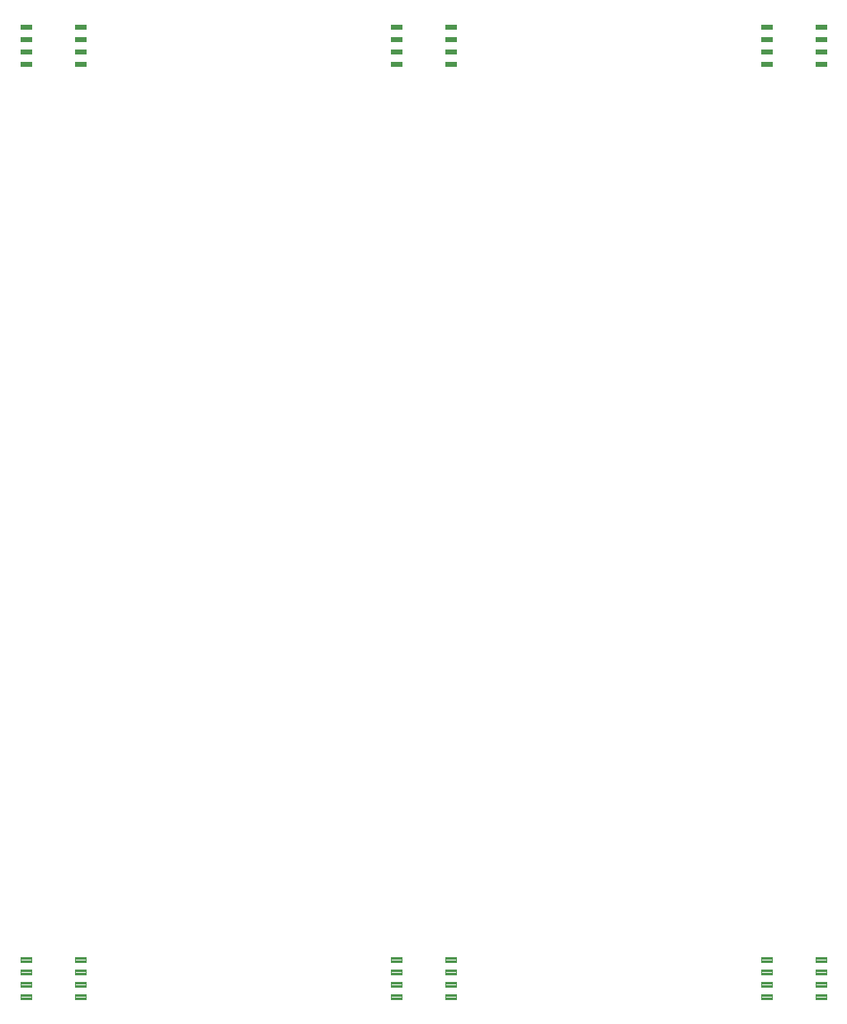
<source format=gbp>
G04 EAGLE Gerber RS-274X export*
G75*
%MOMM*%
%FSLAX34Y34*%
%LPD*%
%INSolderpaste Bottom*%
%IPPOS*%
%AMOC8*
5,1,8,0,0,1.08239X$1,22.5*%
G01*
%ADD10C,0.102000*%


D10*
X164942Y186640D02*
X164942Y181660D01*
X153962Y181660D01*
X153962Y186640D01*
X164942Y186640D01*
X164942Y182629D02*
X153962Y182629D01*
X153962Y183598D02*
X164942Y183598D01*
X164942Y184567D02*
X153962Y184567D01*
X153962Y185536D02*
X164942Y185536D01*
X164942Y186505D02*
X153962Y186505D01*
X164942Y194360D02*
X164942Y199340D01*
X164942Y194360D02*
X153962Y194360D01*
X153962Y199340D01*
X164942Y199340D01*
X164942Y195329D02*
X153962Y195329D01*
X153962Y196298D02*
X164942Y196298D01*
X164942Y197267D02*
X153962Y197267D01*
X153962Y198236D02*
X164942Y198236D01*
X164942Y199205D02*
X153962Y199205D01*
X164942Y207060D02*
X164942Y212040D01*
X164942Y207060D02*
X153962Y207060D01*
X153962Y212040D01*
X164942Y212040D01*
X164942Y208029D02*
X153962Y208029D01*
X153962Y208998D02*
X164942Y208998D01*
X164942Y209967D02*
X153962Y209967D01*
X153962Y210936D02*
X164942Y210936D01*
X164942Y211905D02*
X153962Y211905D01*
X164942Y219760D02*
X164942Y224740D01*
X164942Y219760D02*
X153962Y219760D01*
X153962Y224740D01*
X164942Y224740D01*
X164942Y220729D02*
X153962Y220729D01*
X153962Y221698D02*
X164942Y221698D01*
X164942Y222667D02*
X153962Y222667D01*
X153962Y223636D02*
X164942Y223636D01*
X164942Y224605D02*
X153962Y224605D01*
X220942Y224740D02*
X220942Y219760D01*
X209962Y219760D01*
X209962Y224740D01*
X220942Y224740D01*
X220942Y220729D02*
X209962Y220729D01*
X209962Y221698D02*
X220942Y221698D01*
X220942Y222667D02*
X209962Y222667D01*
X209962Y223636D02*
X220942Y223636D01*
X220942Y224605D02*
X209962Y224605D01*
X220942Y212040D02*
X220942Y207060D01*
X209962Y207060D01*
X209962Y212040D01*
X220942Y212040D01*
X220942Y208029D02*
X209962Y208029D01*
X209962Y208998D02*
X220942Y208998D01*
X220942Y209967D02*
X209962Y209967D01*
X209962Y210936D02*
X220942Y210936D01*
X220942Y211905D02*
X209962Y211905D01*
X220942Y199340D02*
X220942Y194360D01*
X209962Y194360D01*
X209962Y199340D01*
X220942Y199340D01*
X220942Y195329D02*
X209962Y195329D01*
X209962Y196298D02*
X220942Y196298D01*
X220942Y197267D02*
X209962Y197267D01*
X209962Y198236D02*
X220942Y198236D01*
X220942Y199205D02*
X209962Y199205D01*
X220942Y186640D02*
X220942Y181660D01*
X209962Y181660D01*
X209962Y186640D01*
X220942Y186640D01*
X220942Y182629D02*
X209962Y182629D01*
X209962Y183598D02*
X220942Y183598D01*
X220942Y184567D02*
X209962Y184567D01*
X209962Y185536D02*
X220942Y185536D01*
X220942Y186505D02*
X209962Y186505D01*
X544951Y186640D02*
X544951Y181660D01*
X533971Y181660D01*
X533971Y186640D01*
X544951Y186640D01*
X544951Y182629D02*
X533971Y182629D01*
X533971Y183598D02*
X544951Y183598D01*
X544951Y184567D02*
X533971Y184567D01*
X533971Y185536D02*
X544951Y185536D01*
X544951Y186505D02*
X533971Y186505D01*
X544951Y194360D02*
X544951Y199340D01*
X544951Y194360D02*
X533971Y194360D01*
X533971Y199340D01*
X544951Y199340D01*
X544951Y195329D02*
X533971Y195329D01*
X533971Y196298D02*
X544951Y196298D01*
X544951Y197267D02*
X533971Y197267D01*
X533971Y198236D02*
X544951Y198236D01*
X544951Y199205D02*
X533971Y199205D01*
X544951Y207060D02*
X544951Y212040D01*
X544951Y207060D02*
X533971Y207060D01*
X533971Y212040D01*
X544951Y212040D01*
X544951Y208029D02*
X533971Y208029D01*
X533971Y208998D02*
X544951Y208998D01*
X544951Y209967D02*
X533971Y209967D01*
X533971Y210936D02*
X544951Y210936D01*
X544951Y211905D02*
X533971Y211905D01*
X544951Y219760D02*
X544951Y224740D01*
X544951Y219760D02*
X533971Y219760D01*
X533971Y224740D01*
X544951Y224740D01*
X544951Y220729D02*
X533971Y220729D01*
X533971Y221698D02*
X544951Y221698D01*
X544951Y222667D02*
X533971Y222667D01*
X533971Y223636D02*
X544951Y223636D01*
X544951Y224605D02*
X533971Y224605D01*
X600951Y224740D02*
X600951Y219760D01*
X589971Y219760D01*
X589971Y224740D01*
X600951Y224740D01*
X600951Y220729D02*
X589971Y220729D01*
X589971Y221698D02*
X600951Y221698D01*
X600951Y222667D02*
X589971Y222667D01*
X589971Y223636D02*
X600951Y223636D01*
X600951Y224605D02*
X589971Y224605D01*
X600951Y212040D02*
X600951Y207060D01*
X589971Y207060D01*
X589971Y212040D01*
X600951Y212040D01*
X600951Y208029D02*
X589971Y208029D01*
X589971Y208998D02*
X600951Y208998D01*
X600951Y209967D02*
X589971Y209967D01*
X589971Y210936D02*
X600951Y210936D01*
X600951Y211905D02*
X589971Y211905D01*
X600951Y199340D02*
X600951Y194360D01*
X589971Y194360D01*
X589971Y199340D01*
X600951Y199340D01*
X600951Y195329D02*
X589971Y195329D01*
X589971Y196298D02*
X600951Y196298D01*
X600951Y197267D02*
X589971Y197267D01*
X589971Y198236D02*
X600951Y198236D01*
X600951Y199205D02*
X589971Y199205D01*
X600951Y186640D02*
X600951Y181660D01*
X589971Y181660D01*
X589971Y186640D01*
X600951Y186640D01*
X600951Y182629D02*
X589971Y182629D01*
X589971Y183598D02*
X600951Y183598D01*
X600951Y184567D02*
X589971Y184567D01*
X589971Y185536D02*
X600951Y185536D01*
X600951Y186505D02*
X589971Y186505D01*
X924935Y186640D02*
X924935Y181660D01*
X913955Y181660D01*
X913955Y186640D01*
X924935Y186640D01*
X924935Y182629D02*
X913955Y182629D01*
X913955Y183598D02*
X924935Y183598D01*
X924935Y184567D02*
X913955Y184567D01*
X913955Y185536D02*
X924935Y185536D01*
X924935Y186505D02*
X913955Y186505D01*
X924935Y194360D02*
X924935Y199340D01*
X924935Y194360D02*
X913955Y194360D01*
X913955Y199340D01*
X924935Y199340D01*
X924935Y195329D02*
X913955Y195329D01*
X913955Y196298D02*
X924935Y196298D01*
X924935Y197267D02*
X913955Y197267D01*
X913955Y198236D02*
X924935Y198236D01*
X924935Y199205D02*
X913955Y199205D01*
X924935Y207060D02*
X924935Y212040D01*
X924935Y207060D02*
X913955Y207060D01*
X913955Y212040D01*
X924935Y212040D01*
X924935Y208029D02*
X913955Y208029D01*
X913955Y208998D02*
X924935Y208998D01*
X924935Y209967D02*
X913955Y209967D01*
X913955Y210936D02*
X924935Y210936D01*
X924935Y211905D02*
X913955Y211905D01*
X924935Y219760D02*
X924935Y224740D01*
X924935Y219760D02*
X913955Y219760D01*
X913955Y224740D01*
X924935Y224740D01*
X924935Y220729D02*
X913955Y220729D01*
X913955Y221698D02*
X924935Y221698D01*
X924935Y222667D02*
X913955Y222667D01*
X913955Y223636D02*
X924935Y223636D01*
X924935Y224605D02*
X913955Y224605D01*
X980935Y224740D02*
X980935Y219760D01*
X969955Y219760D01*
X969955Y224740D01*
X980935Y224740D01*
X980935Y220729D02*
X969955Y220729D01*
X969955Y221698D02*
X980935Y221698D01*
X980935Y222667D02*
X969955Y222667D01*
X969955Y223636D02*
X980935Y223636D01*
X980935Y224605D02*
X969955Y224605D01*
X980935Y212040D02*
X980935Y207060D01*
X969955Y207060D01*
X969955Y212040D01*
X980935Y212040D01*
X980935Y208029D02*
X969955Y208029D01*
X969955Y208998D02*
X980935Y208998D01*
X980935Y209967D02*
X969955Y209967D01*
X969955Y210936D02*
X980935Y210936D01*
X980935Y211905D02*
X969955Y211905D01*
X980935Y199340D02*
X980935Y194360D01*
X969955Y194360D01*
X969955Y199340D01*
X980935Y199340D01*
X980935Y195329D02*
X969955Y195329D01*
X969955Y196298D02*
X980935Y196298D01*
X980935Y197267D02*
X969955Y197267D01*
X969955Y198236D02*
X980935Y198236D01*
X980935Y199205D02*
X969955Y199205D01*
X980935Y186640D02*
X980935Y181660D01*
X969955Y181660D01*
X969955Y186640D01*
X980935Y186640D01*
X980935Y182629D02*
X969955Y182629D01*
X969955Y183598D02*
X980935Y183598D01*
X980935Y184567D02*
X969955Y184567D01*
X969955Y185536D02*
X980935Y185536D01*
X980935Y186505D02*
X969955Y186505D01*
X209987Y1176857D02*
X209987Y1181837D01*
X220967Y1181837D01*
X220967Y1176857D01*
X209987Y1176857D01*
X209987Y1177826D02*
X220967Y1177826D01*
X220967Y1178795D02*
X209987Y1178795D01*
X209987Y1179764D02*
X220967Y1179764D01*
X220967Y1180733D02*
X209987Y1180733D01*
X209987Y1181702D02*
X220967Y1181702D01*
X209987Y1169137D02*
X209987Y1164157D01*
X209987Y1169137D02*
X220967Y1169137D01*
X220967Y1164157D01*
X209987Y1164157D01*
X209987Y1165126D02*
X220967Y1165126D01*
X220967Y1166095D02*
X209987Y1166095D01*
X209987Y1167064D02*
X220967Y1167064D01*
X220967Y1168033D02*
X209987Y1168033D01*
X209987Y1169002D02*
X220967Y1169002D01*
X209987Y1156437D02*
X209987Y1151457D01*
X209987Y1156437D02*
X220967Y1156437D01*
X220967Y1151457D01*
X209987Y1151457D01*
X209987Y1152426D02*
X220967Y1152426D01*
X220967Y1153395D02*
X209987Y1153395D01*
X209987Y1154364D02*
X220967Y1154364D01*
X220967Y1155333D02*
X209987Y1155333D01*
X209987Y1156302D02*
X220967Y1156302D01*
X209987Y1143737D02*
X209987Y1138757D01*
X209987Y1143737D02*
X220967Y1143737D01*
X220967Y1138757D01*
X209987Y1138757D01*
X209987Y1139726D02*
X220967Y1139726D01*
X220967Y1140695D02*
X209987Y1140695D01*
X209987Y1141664D02*
X220967Y1141664D01*
X220967Y1142633D02*
X209987Y1142633D01*
X209987Y1143602D02*
X220967Y1143602D01*
X153987Y1143737D02*
X153987Y1138757D01*
X153987Y1143737D02*
X164967Y1143737D01*
X164967Y1138757D01*
X153987Y1138757D01*
X153987Y1139726D02*
X164967Y1139726D01*
X164967Y1140695D02*
X153987Y1140695D01*
X153987Y1141664D02*
X164967Y1141664D01*
X164967Y1142633D02*
X153987Y1142633D01*
X153987Y1143602D02*
X164967Y1143602D01*
X153987Y1151457D02*
X153987Y1156437D01*
X164967Y1156437D01*
X164967Y1151457D01*
X153987Y1151457D01*
X153987Y1152426D02*
X164967Y1152426D01*
X164967Y1153395D02*
X153987Y1153395D01*
X153987Y1154364D02*
X164967Y1154364D01*
X164967Y1155333D02*
X153987Y1155333D01*
X153987Y1156302D02*
X164967Y1156302D01*
X153987Y1164157D02*
X153987Y1169137D01*
X164967Y1169137D01*
X164967Y1164157D01*
X153987Y1164157D01*
X153987Y1165126D02*
X164967Y1165126D01*
X164967Y1166095D02*
X153987Y1166095D01*
X153987Y1167064D02*
X164967Y1167064D01*
X164967Y1168033D02*
X153987Y1168033D01*
X153987Y1169002D02*
X164967Y1169002D01*
X153987Y1176857D02*
X153987Y1181837D01*
X164967Y1181837D01*
X164967Y1176857D01*
X153987Y1176857D01*
X153987Y1177826D02*
X164967Y1177826D01*
X164967Y1178795D02*
X153987Y1178795D01*
X153987Y1179764D02*
X164967Y1179764D01*
X164967Y1180733D02*
X153987Y1180733D01*
X153987Y1181702D02*
X164967Y1181702D01*
X589971Y1181837D02*
X589971Y1176857D01*
X589971Y1181837D02*
X600951Y1181837D01*
X600951Y1176857D01*
X589971Y1176857D01*
X589971Y1177826D02*
X600951Y1177826D01*
X600951Y1178795D02*
X589971Y1178795D01*
X589971Y1179764D02*
X600951Y1179764D01*
X600951Y1180733D02*
X589971Y1180733D01*
X589971Y1181702D02*
X600951Y1181702D01*
X589971Y1169137D02*
X589971Y1164157D01*
X589971Y1169137D02*
X600951Y1169137D01*
X600951Y1164157D01*
X589971Y1164157D01*
X589971Y1165126D02*
X600951Y1165126D01*
X600951Y1166095D02*
X589971Y1166095D01*
X589971Y1167064D02*
X600951Y1167064D01*
X600951Y1168033D02*
X589971Y1168033D01*
X589971Y1169002D02*
X600951Y1169002D01*
X589971Y1156437D02*
X589971Y1151457D01*
X589971Y1156437D02*
X600951Y1156437D01*
X600951Y1151457D01*
X589971Y1151457D01*
X589971Y1152426D02*
X600951Y1152426D01*
X600951Y1153395D02*
X589971Y1153395D01*
X589971Y1154364D02*
X600951Y1154364D01*
X600951Y1155333D02*
X589971Y1155333D01*
X589971Y1156302D02*
X600951Y1156302D01*
X589971Y1143737D02*
X589971Y1138757D01*
X589971Y1143737D02*
X600951Y1143737D01*
X600951Y1138757D01*
X589971Y1138757D01*
X589971Y1139726D02*
X600951Y1139726D01*
X600951Y1140695D02*
X589971Y1140695D01*
X589971Y1141664D02*
X600951Y1141664D01*
X600951Y1142633D02*
X589971Y1142633D01*
X589971Y1143602D02*
X600951Y1143602D01*
X533971Y1143737D02*
X533971Y1138757D01*
X533971Y1143737D02*
X544951Y1143737D01*
X544951Y1138757D01*
X533971Y1138757D01*
X533971Y1139726D02*
X544951Y1139726D01*
X544951Y1140695D02*
X533971Y1140695D01*
X533971Y1141664D02*
X544951Y1141664D01*
X544951Y1142633D02*
X533971Y1142633D01*
X533971Y1143602D02*
X544951Y1143602D01*
X533971Y1151457D02*
X533971Y1156437D01*
X544951Y1156437D01*
X544951Y1151457D01*
X533971Y1151457D01*
X533971Y1152426D02*
X544951Y1152426D01*
X544951Y1153395D02*
X533971Y1153395D01*
X533971Y1154364D02*
X544951Y1154364D01*
X544951Y1155333D02*
X533971Y1155333D01*
X533971Y1156302D02*
X544951Y1156302D01*
X533971Y1164157D02*
X533971Y1169137D01*
X544951Y1169137D01*
X544951Y1164157D01*
X533971Y1164157D01*
X533971Y1165126D02*
X544951Y1165126D01*
X544951Y1166095D02*
X533971Y1166095D01*
X533971Y1167064D02*
X544951Y1167064D01*
X544951Y1168033D02*
X533971Y1168033D01*
X533971Y1169002D02*
X544951Y1169002D01*
X533971Y1176857D02*
X533971Y1181837D01*
X544951Y1181837D01*
X544951Y1176857D01*
X533971Y1176857D01*
X533971Y1177826D02*
X544951Y1177826D01*
X544951Y1178795D02*
X533971Y1178795D01*
X533971Y1179764D02*
X544951Y1179764D01*
X544951Y1180733D02*
X533971Y1180733D01*
X533971Y1181702D02*
X544951Y1181702D01*
X969981Y1181837D02*
X969981Y1176857D01*
X969981Y1181837D02*
X980961Y1181837D01*
X980961Y1176857D01*
X969981Y1176857D01*
X969981Y1177826D02*
X980961Y1177826D01*
X980961Y1178795D02*
X969981Y1178795D01*
X969981Y1179764D02*
X980961Y1179764D01*
X980961Y1180733D02*
X969981Y1180733D01*
X969981Y1181702D02*
X980961Y1181702D01*
X969981Y1169137D02*
X969981Y1164157D01*
X969981Y1169137D02*
X980961Y1169137D01*
X980961Y1164157D01*
X969981Y1164157D01*
X969981Y1165126D02*
X980961Y1165126D01*
X980961Y1166095D02*
X969981Y1166095D01*
X969981Y1167064D02*
X980961Y1167064D01*
X980961Y1168033D02*
X969981Y1168033D01*
X969981Y1169002D02*
X980961Y1169002D01*
X969981Y1156437D02*
X969981Y1151457D01*
X969981Y1156437D02*
X980961Y1156437D01*
X980961Y1151457D01*
X969981Y1151457D01*
X969981Y1152426D02*
X980961Y1152426D01*
X980961Y1153395D02*
X969981Y1153395D01*
X969981Y1154364D02*
X980961Y1154364D01*
X980961Y1155333D02*
X969981Y1155333D01*
X969981Y1156302D02*
X980961Y1156302D01*
X969981Y1143737D02*
X969981Y1138757D01*
X969981Y1143737D02*
X980961Y1143737D01*
X980961Y1138757D01*
X969981Y1138757D01*
X969981Y1139726D02*
X980961Y1139726D01*
X980961Y1140695D02*
X969981Y1140695D01*
X969981Y1141664D02*
X980961Y1141664D01*
X980961Y1142633D02*
X969981Y1142633D01*
X969981Y1143602D02*
X980961Y1143602D01*
X913981Y1143737D02*
X913981Y1138757D01*
X913981Y1143737D02*
X924961Y1143737D01*
X924961Y1138757D01*
X913981Y1138757D01*
X913981Y1139726D02*
X924961Y1139726D01*
X924961Y1140695D02*
X913981Y1140695D01*
X913981Y1141664D02*
X924961Y1141664D01*
X924961Y1142633D02*
X913981Y1142633D01*
X913981Y1143602D02*
X924961Y1143602D01*
X913981Y1151457D02*
X913981Y1156437D01*
X924961Y1156437D01*
X924961Y1151457D01*
X913981Y1151457D01*
X913981Y1152426D02*
X924961Y1152426D01*
X924961Y1153395D02*
X913981Y1153395D01*
X913981Y1154364D02*
X924961Y1154364D01*
X924961Y1155333D02*
X913981Y1155333D01*
X913981Y1156302D02*
X924961Y1156302D01*
X913981Y1164157D02*
X913981Y1169137D01*
X924961Y1169137D01*
X924961Y1164157D01*
X913981Y1164157D01*
X913981Y1165126D02*
X924961Y1165126D01*
X924961Y1166095D02*
X913981Y1166095D01*
X913981Y1167064D02*
X924961Y1167064D01*
X924961Y1168033D02*
X913981Y1168033D01*
X913981Y1169002D02*
X924961Y1169002D01*
X913981Y1176857D02*
X913981Y1181837D01*
X924961Y1181837D01*
X924961Y1176857D01*
X913981Y1176857D01*
X913981Y1177826D02*
X924961Y1177826D01*
X924961Y1178795D02*
X913981Y1178795D01*
X913981Y1179764D02*
X924961Y1179764D01*
X924961Y1180733D02*
X913981Y1180733D01*
X913981Y1181702D02*
X924961Y1181702D01*
M02*

</source>
